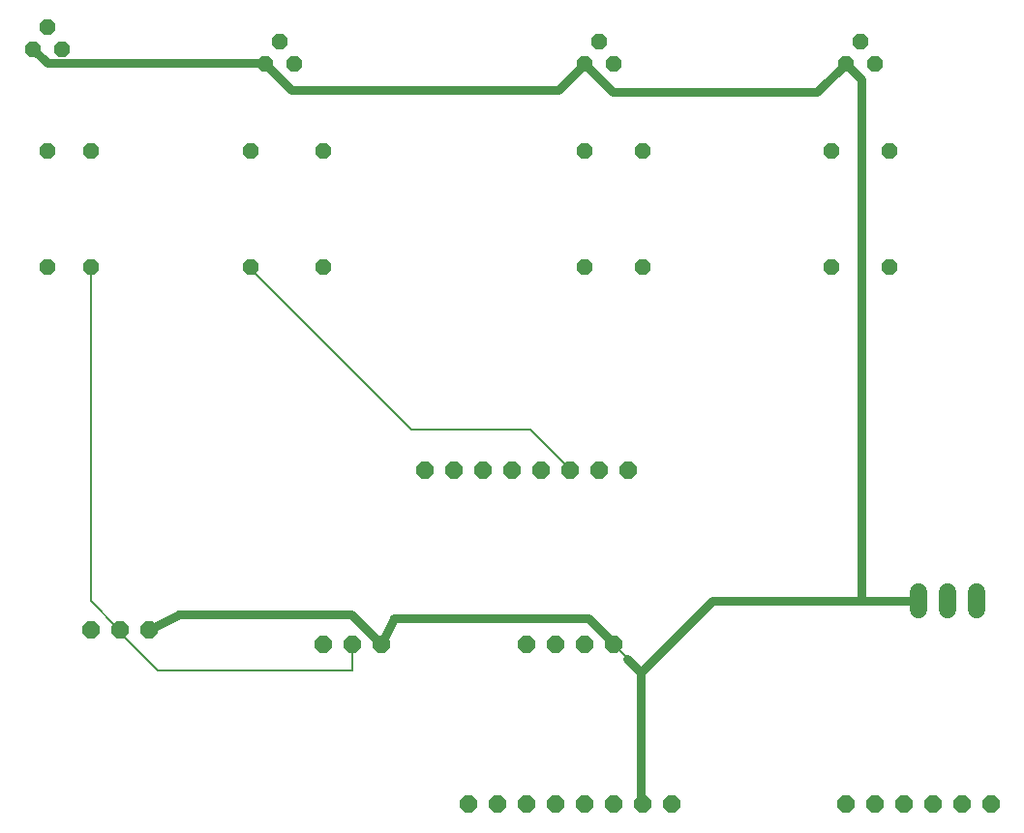
<source format=gbr>
G04 EAGLE Gerber RS-274X export*
G75*
%MOMM*%
%FSLAX34Y34*%
%LPD*%
%INBottom Copper*%
%IPPOS*%
%AMOC8*
5,1,8,0,0,1.08239X$1,22.5*%
G01*
%ADD10C,1.524000*%
%ADD11P,1.632244X8X22.500000*%
%ADD12P,1.539592X8X292.500000*%
%ADD13P,1.539592X8X112.500000*%
%ADD14P,1.429621X8X22.500000*%
%ADD15P,1.632244X8X292.500000*%
%ADD16P,1.632244X8X202.500000*%
%ADD17C,0.152400*%
%ADD18C,0.762000*%


D10*
X876300Y233680D02*
X876300Y248920D01*
X901700Y248920D02*
X901700Y233680D01*
X927100Y233680D02*
X927100Y248920D01*
D11*
X812800Y63500D03*
X838200Y63500D03*
X863600Y63500D03*
X889000Y63500D03*
X914400Y63500D03*
X939800Y63500D03*
X444500Y355600D03*
X469900Y355600D03*
X495300Y355600D03*
X520700Y355600D03*
X546100Y355600D03*
X571500Y355600D03*
X596900Y355600D03*
X622300Y355600D03*
D12*
X152400Y635000D03*
X152400Y533400D03*
D13*
X114300Y533400D03*
X114300Y635000D03*
X355600Y533400D03*
X355600Y635000D03*
D12*
X292100Y635000D03*
X292100Y533400D03*
X635000Y635000D03*
X635000Y533400D03*
X584200Y635000D03*
X584200Y533400D03*
X850900Y635000D03*
X850900Y533400D03*
X800100Y635000D03*
X800100Y533400D03*
D14*
X127000Y723900D03*
X114300Y742950D03*
X101600Y723900D03*
X330200Y711200D03*
X317500Y730250D03*
X304800Y711200D03*
X609600Y711200D03*
X596900Y730250D03*
X584200Y711200D03*
X838200Y711200D03*
X825500Y730250D03*
X812800Y711200D03*
D15*
X152400Y215900D03*
X177800Y215900D03*
X203200Y215900D03*
X355600Y203200D03*
X381000Y203200D03*
X406400Y203200D03*
D11*
X482600Y63500D03*
X508000Y63500D03*
X533400Y63500D03*
X558800Y63500D03*
X584200Y63500D03*
X609600Y63500D03*
X635000Y63500D03*
X660400Y63500D03*
D16*
X609600Y203200D03*
X584200Y203200D03*
X558800Y203200D03*
X533400Y203200D03*
D17*
X152400Y240792D02*
X152400Y533400D01*
X152400Y240792D02*
X176784Y216408D01*
X177800Y215900D01*
X177800Y213360D01*
X210820Y180340D01*
X381000Y180340D02*
X381000Y203200D01*
X381000Y180340D02*
X210820Y180340D01*
D18*
X304800Y711708D02*
X114300Y711708D01*
X102108Y723900D01*
D17*
X304800Y711708D02*
X304800Y711200D01*
X102108Y723900D02*
X101600Y723900D01*
D18*
X609092Y686308D02*
X787908Y686308D01*
X609092Y686308D02*
X584200Y711200D01*
X787908Y686308D02*
X812800Y711200D01*
D17*
X305816Y710184D02*
X304800Y710184D01*
D18*
X305816Y710184D02*
X327660Y688340D01*
X561848Y688340D01*
X583692Y710184D01*
D17*
X304800Y710184D02*
X304800Y711200D01*
X583692Y710184D02*
X584200Y711200D01*
D18*
X380492Y229108D02*
X229616Y229108D01*
X380492Y229108D02*
X406400Y203200D01*
X229616Y229108D02*
X203200Y215900D01*
X633984Y178308D02*
X633984Y64008D01*
X633984Y178308D02*
X621792Y190500D01*
D17*
X621792Y191008D02*
X609600Y203200D01*
X621792Y191008D02*
X621792Y190500D01*
X633984Y64008D02*
X635000Y63500D01*
D18*
X696468Y240792D02*
X826516Y240792D01*
X876300Y240792D01*
X696468Y240792D02*
X633984Y178308D01*
D17*
X876300Y240792D02*
X876300Y241300D01*
D18*
X587756Y226060D02*
X417830Y226060D01*
X587756Y226060D02*
X609600Y204216D01*
X417830Y226060D02*
X406400Y203200D01*
D17*
X609600Y203200D02*
X609600Y204216D01*
D18*
X826516Y240792D02*
X826516Y697484D01*
X812800Y711200D01*
D17*
X432816Y391160D02*
X292100Y531876D01*
X292100Y533400D01*
X432816Y391160D02*
X536956Y391160D01*
X571500Y356616D01*
X571500Y355600D01*
M02*

</source>
